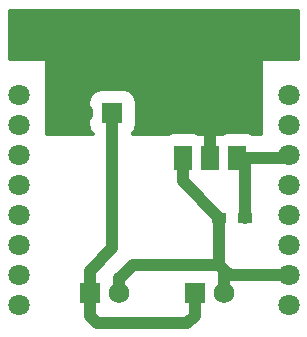
<source format=gbr>
G04 #@! TF.GenerationSoftware,KiCad,Pcbnew,(5.0.1-3-g963ef8bb5)*
G04 #@! TF.CreationDate,2019-09-08T21:06:08+10:00*
G04 #@! TF.ProjectId,d1_mosfet_hat,64315F6D6F736665745F6861742E6B69,rev?*
G04 #@! TF.SameCoordinates,Original*
G04 #@! TF.FileFunction,Copper,L2,Bot,Signal*
G04 #@! TF.FilePolarity,Positive*
%FSLAX46Y46*%
G04 Gerber Fmt 4.6, Leading zero omitted, Abs format (unit mm)*
G04 Created by KiCad (PCBNEW (5.0.1-3-g963ef8bb5)) date Sunday, 08 September 2019 at 09:06:08 pm*
%MOMM*%
%LPD*%
G01*
G04 APERTURE LIST*
G04 #@! TA.AperFunction,ComponentPad*
%ADD10C,1.800000*%
G04 #@! TD*
G04 #@! TA.AperFunction,ComponentPad*
%ADD11C,1.750000*%
G04 #@! TD*
G04 #@! TA.AperFunction,ComponentPad*
%ADD12R,1.750000X1.750000*%
G04 #@! TD*
G04 #@! TA.AperFunction,SMDPad,CuDef*
%ADD13R,1.500000X2.000000*%
G04 #@! TD*
G04 #@! TA.AperFunction,SMDPad,CuDef*
%ADD14R,3.800000X2.000000*%
G04 #@! TD*
G04 #@! TA.AperFunction,SMDPad,CuDef*
%ADD15R,1.200000X0.900000*%
G04 #@! TD*
G04 #@! TA.AperFunction,Conductor*
%ADD16C,1.000000*%
G04 #@! TD*
G04 #@! TA.AperFunction,Conductor*
%ADD17C,0.254000*%
G04 #@! TD*
G04 APERTURE END LIST*
D10*
G04 #@! TO.P,U1,16*
G04 #@! TO.N,Net-(U1-Pad16)*
X126051805Y-118509629D03*
G04 #@! TO.P,U1,1*
G04 #@! TO.N,+5V*
X148911805Y-118509629D03*
G04 #@! TO.P,U1,15*
G04 #@! TO.N,Net-(U1-Pad15)*
X126051805Y-115969629D03*
G04 #@! TO.P,U1,2*
G04 #@! TO.N,GND*
X148911805Y-115969629D03*
G04 #@! TO.P,U1,14*
G04 #@! TO.N,Net-(U1-Pad14)*
X126051805Y-113429629D03*
G04 #@! TO.P,U1,3*
G04 #@! TO.N,Net-(U1-Pad3)*
X148911805Y-113429629D03*
G04 #@! TO.P,U1,13*
G04 #@! TO.N,Net-(U1-Pad13)*
X126051805Y-110889629D03*
G04 #@! TO.P,U1,4*
G04 #@! TO.N,Net-(U1-Pad4)*
X148911805Y-110889629D03*
G04 #@! TO.P,U1,12*
G04 #@! TO.N,Net-(U1-Pad12)*
X126051805Y-108349629D03*
G04 #@! TO.P,U1,5*
G04 #@! TO.N,Net-(U1-Pad5)*
X148911805Y-108349629D03*
G04 #@! TO.P,U1,11*
G04 #@! TO.N,Net-(U1-Pad11)*
X126051805Y-105809629D03*
G04 #@! TO.P,U1,6*
G04 #@! TO.N,Net-(Q1-Pad1)*
X148911805Y-105809629D03*
G04 #@! TO.P,U1,10*
G04 #@! TO.N,Net-(U1-Pad10)*
X126051805Y-103269629D03*
G04 #@! TO.P,U1,7*
G04 #@! TO.N,Net-(U1-Pad7)*
X148911805Y-103269629D03*
G04 #@! TO.P,U1,9*
G04 #@! TO.N,Net-(U1-Pad9)*
X126051805Y-100729629D03*
G04 #@! TO.P,U1,8*
G04 #@! TO.N,Net-(U1-Pad8)*
X148911805Y-100729629D03*
G04 #@! TD*
D11*
G04 #@! TO.P,J1,2*
G04 #@! TO.N,GND*
X134580000Y-117475000D03*
D12*
G04 #@! TO.P,J1,1*
G04 #@! TO.N,/BATT+*
X132080000Y-117475000D03*
G04 #@! TD*
D11*
G04 #@! TO.P,J2,2*
G04 #@! TO.N,/DRAIN*
X131485000Y-102235000D03*
D12*
G04 #@! TO.P,J2,1*
G04 #@! TO.N,/BATT+*
X133985000Y-102235000D03*
G04 #@! TD*
G04 #@! TO.P,J3,1*
G04 #@! TO.N,/BATT+*
X140970000Y-117475000D03*
D11*
G04 #@! TO.P,J3,2*
G04 #@! TO.N,GND*
X143470000Y-117475000D03*
G04 #@! TD*
D13*
G04 #@! TO.P,Q1,1*
G04 #@! TO.N,Net-(Q1-Pad1)*
X144540000Y-106020000D03*
G04 #@! TO.P,Q1,3*
G04 #@! TO.N,GND*
X139940000Y-106020000D03*
G04 #@! TO.P,Q1,2*
G04 #@! TO.N,/DRAIN*
X142240000Y-106020000D03*
D14*
G04 #@! TO.P,Q1,4*
X142240000Y-99720000D03*
G04 #@! TD*
D15*
G04 #@! TO.P,R1,2*
G04 #@! TO.N,GND*
X143045000Y-111125000D03*
G04 #@! TO.P,R1,1*
G04 #@! TO.N,Net-(Q1-Pad1)*
X145245000Y-111125000D03*
G04 #@! TD*
D16*
G04 #@! TO.N,/BATT+*
X132080000Y-117475000D02*
X132080000Y-119380000D01*
X132080000Y-119380000D02*
X132715000Y-120015000D01*
X132715000Y-120015000D02*
X140335000Y-120015000D01*
X140335000Y-120015000D02*
X140970000Y-119380000D01*
X140970000Y-119380000D02*
X140970000Y-117475000D01*
X133985000Y-113695000D02*
X133985000Y-104110000D01*
X133985000Y-104110000D02*
X133985000Y-102235000D01*
X132080000Y-115600000D02*
X133985000Y-113695000D01*
X132080000Y-117475000D02*
X132080000Y-115600000D01*
G04 #@! TO.N,Net-(Q1-Pad1)*
X145245000Y-106725000D02*
X144540000Y-106020000D01*
X145245000Y-111125000D02*
X145245000Y-106725000D01*
X148701434Y-106020000D02*
X148911805Y-105809629D01*
X144540000Y-106020000D02*
X148701434Y-106020000D01*
G04 #@! TO.N,GND*
X134580000Y-116237564D02*
X134580000Y-117475000D01*
X134620000Y-116197564D02*
X134580000Y-116237564D01*
X134627436Y-116197564D02*
X134620000Y-116197564D01*
X135725001Y-115099999D02*
X134627436Y-116197564D01*
X143470000Y-117475000D02*
X143470000Y-115524998D01*
X143045001Y-115099999D02*
X135725001Y-115099999D01*
X143470000Y-115524998D02*
X143045001Y-115099999D01*
X143914631Y-115969629D02*
X143470000Y-115524998D01*
X148911805Y-115969629D02*
X143914631Y-115969629D01*
X143045000Y-112575000D02*
X143045000Y-111125000D01*
X143045001Y-115099999D02*
X143045000Y-112575000D01*
X139940000Y-108020000D02*
X139940000Y-106020000D01*
X143045000Y-111125000D02*
X139940000Y-108020000D01*
G04 #@! TO.N,/DRAIN*
X131485000Y-102235000D02*
X131485000Y-100290000D01*
X131485000Y-100290000D02*
X132080000Y-99695000D01*
X135895002Y-99695000D02*
X137795000Y-101594998D01*
X132080000Y-99695000D02*
X135895002Y-99695000D01*
X137795000Y-101594998D02*
X137795000Y-103505000D01*
X137795000Y-103505000D02*
X142240000Y-103505000D01*
X142240000Y-103505000D02*
X142240000Y-106020000D01*
G04 #@! TD*
D17*
G04 #@! TO.N,/DRAIN*
G36*
X149733000Y-97663000D02*
X146685000Y-97663000D01*
X146636399Y-97672667D01*
X146595197Y-97700197D01*
X146567667Y-97741399D01*
X146558000Y-97790000D01*
X146558000Y-104013000D01*
X145811464Y-104013000D01*
X145729733Y-103958389D01*
X145290000Y-103870921D01*
X143790000Y-103870921D01*
X143350267Y-103958389D01*
X143268536Y-104013000D01*
X141211464Y-104013000D01*
X141129733Y-103958389D01*
X140690000Y-103870921D01*
X139190000Y-103870921D01*
X138750267Y-103958389D01*
X138668536Y-104013000D01*
X135612000Y-104013000D01*
X135612000Y-103962961D01*
X135672522Y-103922522D01*
X135921611Y-103549733D01*
X136009079Y-103110000D01*
X136009079Y-101360000D01*
X135921611Y-100920267D01*
X135672522Y-100547478D01*
X135299733Y-100298389D01*
X134860000Y-100210921D01*
X133110000Y-100210921D01*
X132670267Y-100298389D01*
X132297478Y-100547478D01*
X132048389Y-100920267D01*
X131960921Y-101360000D01*
X131960921Y-103110000D01*
X132048389Y-103549733D01*
X132297478Y-103922522D01*
X132358000Y-103962961D01*
X132358000Y-104013000D01*
X128397000Y-104013000D01*
X128397000Y-97790000D01*
X128387333Y-97741399D01*
X128359803Y-97700197D01*
X128318601Y-97672667D01*
X128270000Y-97663000D01*
X125222000Y-97663000D01*
X125222000Y-93472000D01*
X149733000Y-93472000D01*
X149733000Y-97663000D01*
X149733000Y-97663000D01*
G37*
X149733000Y-97663000D02*
X146685000Y-97663000D01*
X146636399Y-97672667D01*
X146595197Y-97700197D01*
X146567667Y-97741399D01*
X146558000Y-97790000D01*
X146558000Y-104013000D01*
X145811464Y-104013000D01*
X145729733Y-103958389D01*
X145290000Y-103870921D01*
X143790000Y-103870921D01*
X143350267Y-103958389D01*
X143268536Y-104013000D01*
X141211464Y-104013000D01*
X141129733Y-103958389D01*
X140690000Y-103870921D01*
X139190000Y-103870921D01*
X138750267Y-103958389D01*
X138668536Y-104013000D01*
X135612000Y-104013000D01*
X135612000Y-103962961D01*
X135672522Y-103922522D01*
X135921611Y-103549733D01*
X136009079Y-103110000D01*
X136009079Y-101360000D01*
X135921611Y-100920267D01*
X135672522Y-100547478D01*
X135299733Y-100298389D01*
X134860000Y-100210921D01*
X133110000Y-100210921D01*
X132670267Y-100298389D01*
X132297478Y-100547478D01*
X132048389Y-100920267D01*
X131960921Y-101360000D01*
X131960921Y-103110000D01*
X132048389Y-103549733D01*
X132297478Y-103922522D01*
X132358000Y-103962961D01*
X132358000Y-104013000D01*
X128397000Y-104013000D01*
X128397000Y-97790000D01*
X128387333Y-97741399D01*
X128359803Y-97700197D01*
X128318601Y-97672667D01*
X128270000Y-97663000D01*
X125222000Y-97663000D01*
X125222000Y-93472000D01*
X149733000Y-93472000D01*
X149733000Y-97663000D01*
G04 #@! TD*
M02*

</source>
